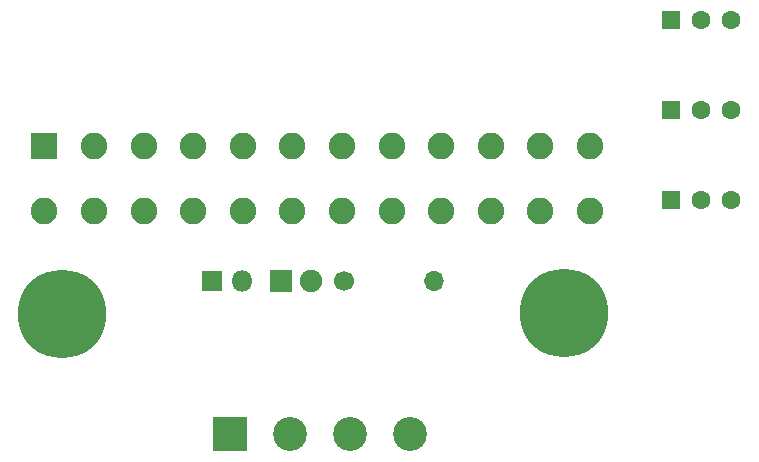
<source format=gbr>
%TF.GenerationSoftware,KiCad,Pcbnew,(5.1.6)-1*%
%TF.CreationDate,2022-09-29T14:47:16-04:00*%
%TF.ProjectId,A500-tower-power,41353030-2d74-46f7-9765-722d706f7765,rev?*%
%TF.SameCoordinates,Original*%
%TF.FileFunction,Soldermask,Bot*%
%TF.FilePolarity,Negative*%
%FSLAX46Y46*%
G04 Gerber Fmt 4.6, Leading zero omitted, Abs format (unit mm)*
G04 Created by KiCad (PCBNEW (5.1.6)-1) date 2022-09-29 14:47:16*
%MOMM*%
%LPD*%
G01*
G04 APERTURE LIST*
%ADD10R,1.900000X1.900000*%
%ADD11C,1.900000*%
%ADD12C,7.500000*%
%ADD13C,0.900000*%
%ADD14R,2.250000X2.250000*%
%ADD15C,2.250000*%
%ADD16R,2.875000X2.875000*%
%ADD17C,2.875000*%
%ADD18R,1.800000X1.800000*%
%ADD19O,1.800000X1.800000*%
%ADD20R,1.600000X1.600000*%
%ADD21C,1.600000*%
%ADD22C,1.700000*%
%ADD23O,1.700000X1.700000*%
G04 APERTURE END LIST*
D10*
%TO.C,D1*%
X149606000Y-105410000D03*
D11*
X152146000Y-105410000D03*
%TD*%
D12*
%TO.C,H1*%
X131064000Y-108204000D03*
D13*
X133839000Y-108204000D03*
X133026221Y-110166221D03*
X131064000Y-110979000D03*
X129101779Y-110166221D03*
X128289000Y-108204000D03*
X129101779Y-106241779D03*
X131064000Y-105429000D03*
X133026221Y-106241779D03*
%TD*%
%TO.C,H2*%
X175514000Y-106172000D03*
X173551779Y-105359221D03*
X171589558Y-106172000D03*
X170776779Y-108134221D03*
X171589558Y-110096442D03*
X173551779Y-110909221D03*
X175514000Y-110096442D03*
X176326779Y-108134221D03*
D12*
X173551779Y-108134221D03*
%TD*%
D14*
%TO.C,J1*%
X129540000Y-93980000D03*
D15*
X133740000Y-93980000D03*
X137940000Y-93980000D03*
X142140000Y-93980000D03*
X146340000Y-93980000D03*
X150540000Y-93980000D03*
X154740000Y-93980000D03*
X158940000Y-93980000D03*
X163140000Y-93980000D03*
X167340000Y-93980000D03*
X171540000Y-93980000D03*
X175740000Y-93980000D03*
X129540000Y-99480000D03*
X133740000Y-99480000D03*
X137940000Y-99480000D03*
X142140000Y-99480000D03*
X146340000Y-99480000D03*
X150540000Y-99480000D03*
X154740000Y-99480000D03*
X158940000Y-99480000D03*
X163140000Y-99480000D03*
X167340000Y-99480000D03*
X171540000Y-99480000D03*
X175740000Y-99480000D03*
%TD*%
D16*
%TO.C,J2*%
X145288000Y-118364000D03*
D17*
X150368000Y-118364000D03*
X155448000Y-118364000D03*
X160528000Y-118364000D03*
%TD*%
D18*
%TO.C,J3*%
X143764000Y-105410000D03*
D19*
X146304000Y-105410000D03*
%TD*%
D20*
%TO.C,FAN1*%
X182626000Y-83312000D03*
D21*
X185166000Y-83312000D03*
X187706000Y-83312000D03*
%TD*%
%TO.C,FAN2*%
X187706000Y-90932000D03*
X185166000Y-90932000D03*
D20*
X182626000Y-90932000D03*
%TD*%
%TO.C,FAN3*%
X182626000Y-98552000D03*
D21*
X185166000Y-98552000D03*
X187706000Y-98552000D03*
%TD*%
D22*
%TO.C,R1*%
X154940000Y-105410000D03*
D23*
X162560000Y-105410000D03*
%TD*%
M02*

</source>
